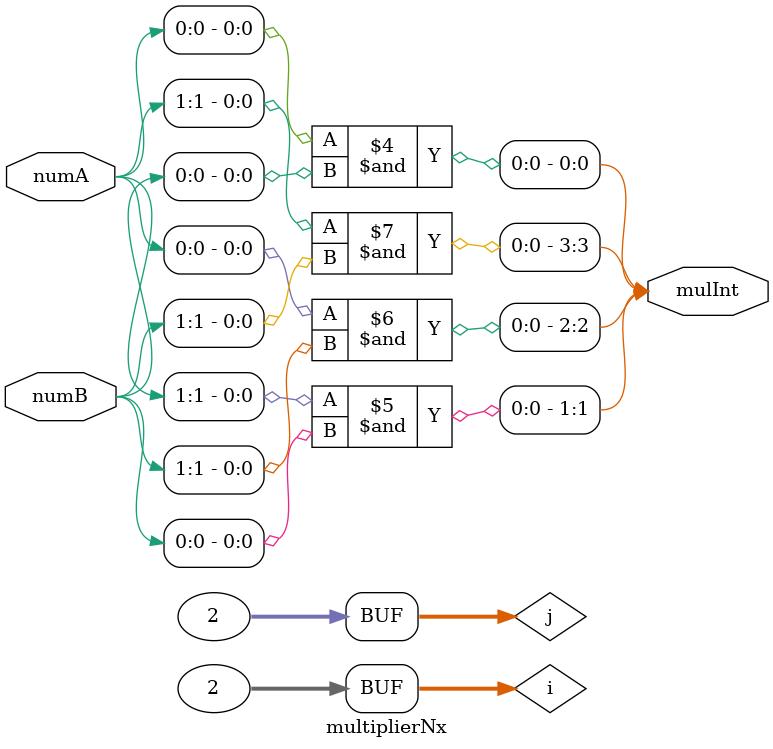
<source format=v>

module B_is2Digit(
	input [3:0]num,
	output z
);
/*
	Checks if the given 4-bit number is greater than 9.
*/
	assign z = (num[3] & (num[2] | num[1] | num[0]));
endmodule

// 1-BIT Full Adder Binary
// [moved form B_1xFullAdder.v]
module B_1xFullAdder(
	input  A, B, C,
	output cot, sum
);

	assign cot = ((A & B) | (B & C) | (C & A));
	assign sum = ((~A & ~B & C) | (~A & B & ~C) | (A & ~B & ~C) | (A & B & C));

endmodule


// 1-DIGIT Full Adder BCD
// [moved form B_1dBCDAdder.v]
module B_1dBCDAdder(
	input CIN,
	input [3:0] numA, numB,
	output COUT,
	output [3:0] sumBCD
);
	wire [4:0]sumBin;
	wire [9:0]bcdMid;
	B_4xFullAdderRipple add0(CIN, numA[3:0], numB[3:0], sumBin[4], sumBin[3:0]);
	B_8xBin2BCD convertSum({3'b000, sumBin[4:0]}, bcdMid[9:0]);
	assign sumBCD[3:0] = bcdMid[3:0];
	assign COUT = bcdMid[4];
	
endmodule


// 2-DIGIT BCD Adder
// [moved from B_2dBCDAdder.v
module B_2dBCDAdder(
		input CIN,
		input [7:0]numA,
		input [7:0]numB,
		output COUT,
		output [7:0]sumBCD
);
	wire carry0;
	B_1dBCDAdder add0( CIN, numA[3:0], numB[3:0], carry0, sumBCD[3:0]);
	B_1dBCDAdder add1(carry0, numA[7:4], numB[7:4], COUT, sumBCD[7:4]);
endmodule


//4-BIT Comparator
//[../moved here from B_4xComp.v]
module B_4xComp(
	input  Ll, El, Gl,
	input  [3:0]numA, numB,
	output L, E, G
);

	wire x0, x1, x2, x3;	//XNOR
	wire Lh, Eh, Gh;
	assign x0 = ((numA[0] & numB[0]) | (~numA[0] & ~numB[0]));
	assign x1 = ((numA[1] & numB[1]) | (~numA[1] & ~numB[1]));
	assign x2 = ((numA[2] & numB[2]) | (~numA[2] & ~numB[2]));
	assign x3 = ((numA[3] & numB[3]) | (~numA[3] & ~numB[3]));
	
	assign Eh = (x0 & x1 & x2 & x3);
	assign Gh = ((numA[3] & ~numB[3]) | (x3 & numA[2] & ~numB[2]) |
					(x3 & x2 & numA[1] & ~numB[1]) | (x3 & x2 & x1 & numA[1] & ~numB[1]));
	assign Lh = ((~numA[3] & numB[3]) | (x3 & ~numA[2] & numB[2]) |
					(x3 & x2 & ~numA[1] & numB[1]) | (x3 & x2 & x1 & ~numA[1] & numB[1]));
	assign E  = (Eh & El);
	assign L  = ((Eh & Ll) | Lh);
	assign G  = ((Eh & Gl) | Gh);

endmodule



//8-BIT COMPARATOR
//[../moved here from B_8xComp.v]
module B_8xComp(
	input  [7:0]numA, numB,
	output LT, EQ, GT
);
	wire [2:0]resCompL;
	B_4xComp	compL(1'b0, 1'b1, 1'b0, numA[3:0], numB[3:0], resCompL[2], resCompL[1], resCompL[0]);
	B_4xComp	compH(resCompL[2], resCompL[1], resCompL[0], numA[7:4], numB[7:4], LT, EQ, GT);

endmodule

//4-BIT Ripple Full Adder
//[../B_4xFullAdderRipple.v]
module B_4xFullAdderRipple(
	input  CIN,
	input  [3:0]A, B,
	output COUT,
	output [3:0]S
);
    // wrapper function, retained for backward compatibility
    wire noUse; //not used
    addnSubX addEm(noUse, COUT, S, CIN, A, B, 1'b0);
	/*wire [2:0]carryAhead;
	B_1xFullAdder sum1(A[0], B[0], CIN, carryAhead[0], S[0]);
	B_1xFullAdder sum2(A[1], B[1], carryAhead[0], carryAhead[1], S[1]);
	B_1xFullAdder sum3(A[2], B[2], carryAhead[1], carryAhead[2], S[2]);
	B_1xFullAdder sum4(A[3], B[3], carryAhead[2], COUT, S[3]);*/
	
endmodule

// A generic N-Bit Adder
module addnSubX #(parameter adderWidth = 4)(
    output overflowFlag,
    output carryOut,
    output [adderWidth-1:0]SUM,
    input  carryIn,
    input  [adderWidth-1:0]numA, numB,
	input opSelect
);
    //parameter adderWidth = 4;

    // carry ahead logic
    wire [adderWidth:0]carryAhead;
	//.. ISSUE: carryIn should be removed from portIN.
    assign carryAhead[0] = carryIn | opSelect; //for subtraction
    assign carryOut = carryAhead[adderWidth];

	//adding subtraction feature, Inverting B
	wire [adderWidth-1:0]numBx;
    genvar j;
    generate for (j=0; j<adderWidth; j=j+1) begin: n
        assign numBx[j] = opSelect ^ numB[j];
    end endgenerate

    // main block
    genvar i;
    generate
        for(i=0; i<adderWidth; i=i+1) begin: m
            B_1xFullAdder sumEmAll(numA[i], numBx[i], carryAhead[i], carryAhead[i+1], SUM[i]);
        end//for
    endgenerate

    // overflow detection
    assign overflowFlag = carryAhead[adderWidth] ^ carryAhead[adderWidth-1];
endmodule


// Multiplier
module multiplierNx #(parameter MULSize = 2)(
	//output [((2*MULSize))-1:0]mulAns,
	//output [(MULSize-1):0]mulInt[((2*MULSize)-1):0],
	output reg [((MULSize*MULSize)-1):0]mulInt,
	input  [(MULSize-1):0]numA, numB
);
	//addnSubX #(2*MULSize) adder1(noUseov, noUsecout, );

	//generating the multiplied array of both numbers
	//wire [(MULSize-1):0]mulInt[((2*MULSize)-1):0];
	integer i,j;
	always@(*) begin
		for(i=0; i<MULSize; i=i+1) begin
			for(j=0; j<MULSize; j=j+1) begin
					mulInt[(i*MULSize)+j] = (numA[j] & numB[i]);
			end
		end
	end

	/*wire [(MULSize+1):0]carryAhead;
	wire [(MULSize-1):0]sumAhead;

	assign sumAhead[0] = {1'b0,mulInt[0]};
	//summing up the array to generate final answer
	addnSubX #(MULSize) adder1(.overflowFlag(noUse1), .carryOut(carryAhead[i+1]), .SUM(sumAhead[i+1]),
	 .carryIn(carryAhead[i]), .numA(sumAhead[i+1]), .numB({mulInt[i+1], 1'b0}), .opSelect(1'b0));*/

endmodule

</source>
